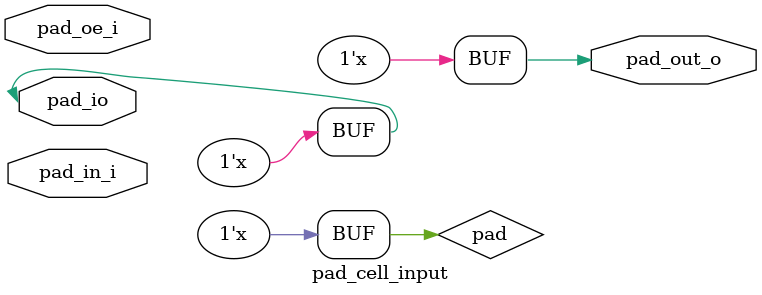
<source format=sv>

module pad_cell_input (
    input  logic pad_in_i,
    input  logic pad_oe_i,
    output logic pad_out_o,

    inout logic pad_io
);

  logic pad;

  assign pad_out_o = pad_io;
  assign pad_io = pad;
  assign pad = 1'bz;

`ifndef SYNTHESIS
  // Check that you never want to drive an input PAD
  always_comb begin
    if (pad_oe_i != 1'b0) begin
      $error("%t: input PAD OE equal to 1", $time);
      $stop;
    end
  end
`endif


endmodule

</source>
